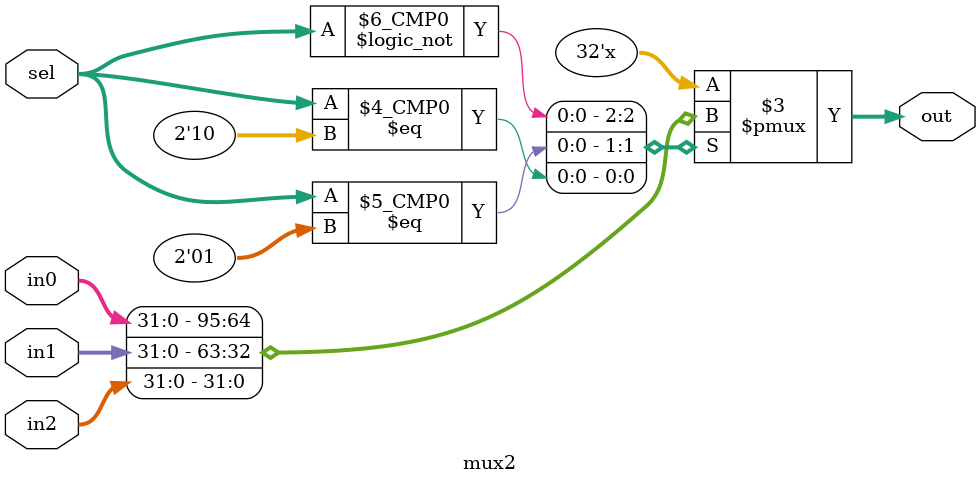
<source format=v>
module mux2(out,in0,in1,in2,sel);
output reg [31:0]out;
input [31:0]in0,in1,in2;
input [1:0]sel;
always @(*)
	begin
	 case(sel)
		2'b00: out = in0;
		2'b01: out = in1;
		2'b10: out = in2;
	 endcase
	end
endmodule

</source>
